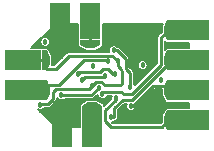
<source format=gbl>
G04 DipTrace 2.4.0.2*
%INST12axis.gbl*%
%MOMM*%
%ADD13C,0.254*%
%ADD15C,0.127*%
%ADD22R,1.6X1.7*%
%ADD24R,2.032X1.7*%
%ADD26R,2.0X1.7*%
%ADD27R,1.7X1.6*%
%ADD28R,1.7X2.032*%
%ADD40C,0.457*%
%FSLAX53Y53*%
G04*
G71*
G90*
G75*
G01*
%LNBottom*%
%LPD*%
X13657Y18890D2*
D13*
Y17728D1*
Y18890D2*
Y20160D1*
X13810Y12433D2*
Y11270D1*
Y10000D1*
X17954Y11541D2*
X18222D1*
Y12280D1*
X18930Y12988D1*
X19724D1*
X22657Y15921D1*
X23541D1*
X23970Y16350D1*
X25240D2*
X23970D1*
X22808D1*
X18200Y17203D2*
X18483D1*
X19190Y16495D1*
Y15662D1*
X19585Y15267D1*
Y14090D1*
X17705Y16260D2*
Y16350D1*
X15622D1*
X13561Y14289D1*
X12433D1*
Y13810D1*
X11270D1*
X10000D1*
X18511Y16276D2*
Y15893D1*
X18809Y15596D1*
Y15511D1*
X18857Y15464D1*
Y14383D1*
X18700Y14227D1*
X17444D1*
X17111Y14561D1*
X16698D1*
X16387Y14250D1*
Y14152D1*
X16357D1*
X18511Y16276D2*
X18040Y16747D1*
X14386D1*
X13269Y15629D1*
X12435D1*
Y16350D1*
X11270D1*
X10000D1*
X16357Y14152D2*
X16093Y13887D1*
X13294D1*
X13055Y13648D1*
Y13109D1*
X12604Y12659D1*
X12040D1*
X11963Y12581D1*
X18298Y15181D2*
X18123D1*
X17718Y15586D1*
X17232D1*
X16983Y15336D1*
X15349D1*
X15179Y15166D1*
Y15205D1*
X17407Y15035D2*
Y14951D1*
X15754D1*
X15512Y14708D1*
X16197Y18890D2*
Y20160D1*
Y18890D2*
Y17725D1*
X16350Y12433D2*
Y11270D1*
Y10000D1*
X17222Y13499D2*
Y13645D1*
X18859D1*
X18965Y13539D1*
X19719D1*
X22179Y15999D1*
Y18262D1*
X22808Y18890D1*
X23970D1*
X25240D1*
X19659Y12466D2*
X19798D1*
X21547Y14215D1*
X22805D1*
Y13810D1*
X23970D1*
X25240D1*
X18376Y13142D2*
Y13038D1*
X17464Y12127D1*
Y11194D1*
X17911Y10747D1*
X22285D1*
X22808Y11270D1*
X23970D1*
X25240D1*
X13749Y13390D2*
X16279D1*
X16937Y14047D1*
D40*
X19691Y16757D3*
X19732Y19196D3*
X18200Y17203D3*
X19585Y14090D3*
X18298Y15181D3*
X15512Y14708D3*
X15179Y15205D3*
X17407Y15035D3*
X18511Y16276D3*
X17222Y13499D3*
X18376Y13142D3*
X17954Y11541D3*
X19659Y12466D3*
X16446Y15848D3*
X12370Y17923D3*
X11963Y12581D3*
X20624Y15947D3*
X20502Y11539D3*
X22177Y14715D3*
X16357Y14152D3*
X13749Y13390D3*
X17705Y16260D3*
X16937Y14047D3*
X13148Y19313D2*
D15*
X15139D1*
X17256D2*
X22259D1*
X13023Y19189D2*
X15139D1*
X17256D2*
X22231D1*
X12900Y19066D2*
X15139D1*
X17256D2*
X22231D1*
X12777Y18942D2*
X15139D1*
X17256D2*
X22231D1*
X12652Y18818D2*
X15139D1*
X17256D2*
X22231D1*
X12529Y18695D2*
X15139D1*
X17256D2*
X22144D1*
X12406Y18571D2*
X15139D1*
X17256D2*
X22021D1*
X12281Y18447D2*
X15139D1*
X17256D2*
X21904D1*
X12521Y18324D2*
X15139D1*
X17256D2*
X21850D1*
X12704Y18200D2*
X15139D1*
X17256D2*
X21844D1*
X12777Y18076D2*
X15139D1*
X17256D2*
X21844D1*
X11787Y17953D2*
X11934D1*
X12805D2*
X15139D1*
X17256D2*
X21844D1*
X11664Y17829D2*
X11944D1*
X12797D2*
X15139D1*
X17256D2*
X21844D1*
X22514D2*
X24503D1*
X11539Y17705D2*
X11994D1*
X12747D2*
X15139D1*
X17256D2*
X21844D1*
X22514D2*
X24503D1*
X11416Y17582D2*
X12107D1*
X12634D2*
X15145D1*
X17250D2*
X17996D1*
X18403D2*
X21844D1*
X22514D2*
X24503D1*
X11293Y17458D2*
X15242D1*
X17153D2*
X17850D1*
X18693D2*
X21844D1*
X22514D2*
X24503D1*
X12684Y17334D2*
X15482D1*
X16913D2*
X17784D1*
X18820D2*
X21844D1*
X12757Y17211D2*
X15722D1*
X16670D2*
X17762D1*
X18943D2*
X21844D1*
X12821Y17087D2*
X17780D1*
X19068D2*
X21844D1*
X12884Y16963D2*
X14135D1*
X19191D2*
X21844D1*
X12948Y16840D2*
X14010D1*
X19314D2*
X21844D1*
X13003Y16716D2*
X13887D1*
X19439D2*
X21844D1*
X13007Y16592D2*
X13764D1*
X19510D2*
X21844D1*
X13007Y16469D2*
X13639D1*
X19526D2*
X21844D1*
X13007Y16345D2*
X13516D1*
X19526D2*
X20467D1*
X20782D2*
X21844D1*
X13007Y16221D2*
X13393D1*
X19526D2*
X20288D1*
X20961D2*
X21844D1*
X13007Y16098D2*
X13268D1*
X19526D2*
X20215D1*
X21032D2*
X21808D1*
X13001Y15974D2*
X13145D1*
X19526D2*
X20189D1*
X21060D2*
X21685D1*
X19526Y15850D2*
X20199D1*
X21050D2*
X21562D1*
X19593Y15727D2*
X20249D1*
X20998D2*
X21439D1*
X19718Y15603D2*
X20364D1*
X20885D2*
X21314D1*
X19840Y15479D2*
X21191D1*
X19907Y15356D2*
X21068D1*
X19921Y15232D2*
X20943D1*
X19921Y15108D2*
X20820D1*
X19921Y14985D2*
X20697D1*
X19921Y14861D2*
X20572D1*
X19921Y14737D2*
X20449D1*
X19921Y14614D2*
X20326D1*
X19921Y14490D2*
X20201D1*
X19921Y14366D2*
X20078D1*
X21671Y13872D2*
X22231D1*
X21548Y13748D2*
X22231D1*
X21423Y13624D2*
X22231D1*
X21300Y13501D2*
X22231D1*
X16734Y13377D2*
X16802D1*
X21177D2*
X22263D1*
X16611Y13253D2*
X16863D1*
X17579D2*
X17955D1*
X21052D2*
X22326D1*
X16482Y13130D2*
X17002D1*
X17442D2*
X17939D1*
X20929D2*
X22390D1*
X13372Y13006D2*
X13555D1*
X13942D2*
X17875D1*
X20806D2*
X22453D1*
X13295Y12882D2*
X15744D1*
X16954D2*
X17752D1*
X20683D2*
X22517D1*
X13172Y12759D2*
X15504D1*
X17194D2*
X17627D1*
X20558D2*
X24503D1*
X13049Y12635D2*
X15323D1*
X17377D2*
X17504D1*
X19046D2*
X19257D1*
X20435D2*
X24503D1*
X12926Y12511D2*
X15292D1*
X18923D2*
X19225D1*
X20312D2*
X24503D1*
X12791Y12388D2*
X15292D1*
X18798D2*
X19231D1*
X20187D2*
X24503D1*
X12257Y12264D2*
X15292D1*
X18675D2*
X19274D1*
X20064D2*
X22564D1*
X11854Y12140D2*
X15292D1*
X18558D2*
X19376D1*
X19943D2*
X22489D1*
X11977Y12017D2*
X15292D1*
X18558D2*
X22424D1*
X12102Y11893D2*
X15292D1*
X18558D2*
X22360D1*
X12225Y11769D2*
X15292D1*
X18558D2*
X22297D1*
X12349Y11646D2*
X15292D1*
X18558D2*
X22239D1*
X12474Y11522D2*
X15292D1*
X18558D2*
X22231D1*
X12597Y11398D2*
X15292D1*
X18524D2*
X22231D1*
X12720Y11275D2*
X15292D1*
X18417D2*
X22231D1*
X12845Y11151D2*
X15292D1*
X18131D2*
X22219D1*
X12968Y11027D2*
X15292D1*
X13091Y10904D2*
X15292D1*
X13214Y10780D2*
X15292D1*
X24515Y12764D2*
X22974Y12766D1*
X22916Y12764D1*
X22710D1*
X22648Y12775D1*
X22592Y12804D1*
X22547Y12852D1*
X22507Y12927D1*
X22266Y13396D1*
X22247Y13458D1*
X22244Y13549D1*
Y13892D1*
X21680Y13893D1*
X20023Y12236D1*
X19923Y12135D1*
X19871Y12099D1*
X19814Y12071D1*
X19753Y12053D1*
X19690Y12043D1*
X19627D1*
X19564Y12053D1*
X19504Y12072D1*
X19447Y12099D1*
X19394Y12135D1*
X19348Y12178D1*
X19308Y12228D1*
X19277Y12283D1*
X19254Y12342D1*
X19240Y12404D1*
X19235Y12467D1*
X19240Y12531D1*
X19254Y12592D1*
X19286Y12667D1*
X19063Y12665D1*
X18545Y12147D1*
Y11541D1*
X18539Y11478D1*
X18520Y11418D1*
X18490Y11362D1*
X18450Y11313D1*
X18401Y11273D1*
X18345Y11243D1*
X18218Y11210D1*
X18166Y11174D1*
X18108Y11146D1*
X18048Y11128D1*
X17995Y11120D1*
X18044Y11070D1*
X22151D1*
X22246Y11165D1*
X22244Y11595D1*
X22256Y11659D1*
X22295Y11741D1*
X22536Y12209D1*
X22574Y12260D1*
X22626Y12296D1*
X22688Y12314D1*
X22774Y12316D1*
X24519D1*
X24517Y12629D1*
Y12765D1*
X24028Y12764D1*
Y12766D1*
X23228Y17396D2*
X24519D1*
X24517Y17772D1*
Y17845D1*
X24044Y17844D1*
X22974D1*
X22710D1*
X22648Y17855D1*
X22592Y17884D1*
X22547Y17932D1*
X22501Y18019D1*
X22502Y17500D1*
Y17224D1*
X22536Y17289D1*
X22574Y17340D1*
X22626Y17376D1*
X22688Y17394D1*
X22774Y17396D1*
X23228D1*
X22244Y18781D2*
Y19215D1*
X22256Y19279D1*
X22295Y19361D1*
X22334Y19437D1*
X17244D1*
X17243Y18948D1*
Y17894D1*
Y17630D1*
X17233Y17568D1*
X17203Y17512D1*
X17155Y17467D1*
X17080Y17427D1*
X16612Y17186D1*
X16550Y17167D1*
X16459Y17164D1*
X15872D1*
X15808Y17176D1*
X15726Y17215D1*
X15258Y17456D1*
X15207Y17494D1*
X15171Y17546D1*
X15153Y17608D1*
X15152Y17694D1*
Y19436D1*
X13259Y19437D1*
X11216Y17394D1*
X11417Y17396D1*
X12266Y17394D1*
X12324Y17396D1*
X12530D1*
X12592Y17385D1*
X12648Y17356D1*
X12693Y17308D1*
X12733Y17233D1*
X12974Y16764D1*
X12993Y16702D1*
X12996Y16612D1*
Y16025D1*
X12984Y15961D1*
X12988Y15972D1*
X13007Y15952D1*
X13135D1*
X14158Y16975D1*
X14207Y17015D1*
X14263Y17045D1*
X14324Y17063D1*
X14386Y17069D1*
X17797D1*
X17780Y17140D1*
X17775Y17203D1*
X17780Y17267D1*
X17795Y17328D1*
X17818Y17387D1*
X17850Y17442D1*
X17889Y17492D1*
X17936Y17535D1*
X17989Y17570D1*
X18046Y17598D1*
X18107Y17616D1*
X18169Y17626D1*
X18233Y17625D1*
X18295Y17616D1*
X18356Y17597D1*
X18413Y17569D1*
X18475Y17524D1*
X18546Y17519D1*
X18607Y17500D1*
X18663Y17470D1*
X18711Y17431D1*
X19418Y16723D1*
X19458Y16674D1*
X19488Y16619D1*
X19507Y16558D1*
X19513Y16495D1*
Y15795D1*
X19813Y15495D1*
X19854Y15446D1*
X19883Y15390D1*
X19902Y15329D1*
X19908Y15267D1*
Y14364D1*
X19937Y14328D1*
X19976Y14253D1*
X21858Y16134D1*
X21857Y16888D1*
Y18262D1*
X21863Y18325D1*
X21881Y18386D1*
X21911Y18441D1*
X21951Y18490D1*
X22245Y18783D1*
X15304Y10725D2*
X15306Y12266D1*
X15304Y12319D1*
Y12530D1*
X15315Y12592D1*
X15344Y12648D1*
X15392Y12693D1*
X15467Y12733D1*
X15936Y12974D1*
X15998Y12993D1*
X16089Y12996D1*
X16675D1*
X16739Y12984D1*
X16821Y12945D1*
X17289Y12704D1*
X17340Y12666D1*
X17376Y12614D1*
X17394Y12552D1*
X17396Y12512D1*
X17775Y12893D1*
X17957Y13079D1*
X17952Y13143D1*
X17957Y13206D1*
X17971Y13268D1*
X17994Y13325D1*
X17779Y13323D1*
X17606D1*
X17572Y13260D1*
X17532Y13211D1*
X17486Y13167D1*
X17433Y13132D1*
X17376Y13104D1*
X17316Y13086D1*
X17253Y13076D1*
X17189D1*
X17127Y13086D1*
X17066Y13105D1*
X17009Y13132D1*
X16957Y13168D1*
X16910Y13211D1*
X16871Y13261D1*
X16839Y13316D1*
X16816Y13375D1*
X16801Y13455D1*
X16507Y13161D1*
X16458Y13121D1*
X16402Y13091D1*
X16342Y13073D1*
X16279Y13067D1*
X14023D1*
X13961Y13022D1*
X13903Y12995D1*
X13843Y12976D1*
X13780Y12966D1*
X13717Y12967D1*
X13654Y12976D1*
X13593Y12995D1*
X13536Y13022D1*
X13484Y13058D1*
X13437Y13101D1*
X13398Y13151D1*
X13377Y13187D1*
Y13109D1*
X13371Y13046D1*
X13353Y12986D1*
X13323Y12930D1*
X13283Y12881D1*
X12832Y12430D1*
X12783Y12390D1*
X12727Y12360D1*
X12666Y12342D1*
X12604Y12336D1*
X12308D1*
X12273Y12293D1*
X12227Y12249D1*
X12175Y12214D1*
X12117Y12186D1*
X12057Y12168D1*
X11994Y12158D1*
X11931D1*
X11868Y12168D1*
X11784Y12198D1*
X13260Y10722D1*
X13994Y10724D1*
X15306D1*
X15304Y11074D1*
X15306Y11212D1*
X12790Y17859D2*
X12776Y17797D1*
X12752Y17738D1*
X12721Y17683D1*
X12681Y17634D1*
X12635Y17591D1*
X12582Y17555D1*
X12525Y17528D1*
X12464Y17509D1*
X12402Y17500D1*
X12338D1*
X12275Y17509D1*
X12215Y17528D1*
X12158Y17556D1*
X12105Y17591D1*
X12059Y17635D1*
X12019Y17684D1*
X11988Y17739D1*
X11965Y17798D1*
X11951Y17860D1*
X11946Y17923D1*
X11951Y17987D1*
X11965Y18049D1*
X11989Y18108D1*
X12021Y18162D1*
X12060Y18212D1*
X12107Y18255D1*
X12159Y18291D1*
X12217Y18318D1*
X12277Y18336D1*
X12340Y18346D1*
X12403Y18345D1*
X12466Y18336D1*
X12527Y18317D1*
X12584Y18289D1*
X12636Y18253D1*
X12682Y18210D1*
X12722Y18160D1*
X12753Y18105D1*
X12776Y18046D1*
X12790Y17984D1*
X12795Y17923D1*
X12790Y17859D1*
X21044Y15883D2*
X21030Y15821D1*
X21006Y15762D1*
X20975Y15708D1*
X20935Y15658D1*
X20889Y15615D1*
X20836Y15579D1*
X20779Y15552D1*
X20718Y15533D1*
X20656Y15524D1*
X20592D1*
X20529Y15533D1*
X20469Y15552D1*
X20412Y15580D1*
X20359Y15615D1*
X20313Y15659D1*
X20273Y15708D1*
X20242Y15763D1*
X20219Y15822D1*
X20205Y15884D1*
X20200Y15948D1*
X20205Y16011D1*
X20219Y16073D1*
X20243Y16132D1*
X20274Y16186D1*
X20314Y16236D1*
X20361Y16279D1*
X20413Y16315D1*
X20470Y16342D1*
X20531Y16360D1*
X20594Y16370D1*
X20657Y16369D1*
X20720Y16360D1*
X20781Y16341D1*
X20838Y16313D1*
X20890Y16277D1*
X20936Y16234D1*
X20976Y16184D1*
X21007Y16129D1*
X21030Y16070D1*
X21044Y16008D1*
X21048Y15947D1*
X21044Y15883D1*
D22*
X23970Y13810D3*
Y16350D3*
D24*
X25240Y13810D3*
Y16350D3*
G36*
X22710Y17200D2*
X23175D1*
Y15500D1*
X22710D1*
X22440Y16025D1*
Y16675D1*
X22710Y17200D1*
G37*
G36*
Y14660D2*
X23170D1*
Y12960D1*
X22710D1*
X22440Y13485D1*
Y14135D1*
X22710Y14660D1*
G37*
D22*
X23970Y18890D3*
G36*
X22710Y19740D2*
X23175D1*
Y18040D1*
X22710D1*
X22440Y18565D1*
Y19215D1*
X22710Y19740D1*
G37*
D26*
X25240Y18890D3*
D22*
X11270Y16350D3*
Y13810D3*
D24*
X10000Y16350D3*
Y13810D3*
G36*
X12530Y12960D2*
X12065D1*
Y14660D1*
X12530D1*
X12800Y14135D1*
Y13485D1*
X12530Y12960D1*
G37*
G36*
Y15500D2*
X12070D1*
Y17200D1*
X12530D1*
X12800Y16675D1*
Y16025D1*
X12530Y15500D1*
G37*
D22*
X23970Y11270D3*
G36*
X22710Y12120D2*
X23175D1*
Y10420D1*
X22710D1*
X22440Y10945D1*
Y11595D1*
X22710Y12120D1*
G37*
D26*
X25240Y11270D3*
D27*
X16350D3*
X13810D3*
G36*
X14660Y12530D2*
Y12065D1*
X12960D1*
Y12530D1*
X13485Y12800D1*
X14135D1*
X14660Y12530D1*
G37*
G36*
X17200D2*
Y12065D1*
X15500D1*
Y12530D1*
X16025Y12800D1*
X16675D1*
X17200Y12530D1*
G37*
D28*
X16350Y10000D3*
X13810D3*
D27*
X16197Y18890D3*
X13657D3*
D28*
X16197Y20160D3*
X13657D3*
G36*
X12807Y17630D2*
Y18095D1*
X14507D1*
Y17630D1*
X13982Y17360D1*
X13332D1*
X12807Y17630D1*
G37*
G36*
X15347D2*
Y18090D1*
X17047D1*
Y17630D1*
X16522Y17360D1*
X15872D1*
X15347Y17630D1*
G37*
G36*
X20370Y11251D2*
X20341Y11441D1*
X20281Y11589D1*
X20205Y11683D1*
X20129Y11759D1*
X20016Y11822D1*
X19951Y11848D1*
X19856Y11868D1*
X19805Y11878D1*
X19723Y11883D1*
X19658Y11860D1*
X19620Y11822D1*
X19594Y11797D1*
X19530Y11784D1*
X19505Y11789D1*
X19454Y11804D1*
X19427Y11835D1*
X19328Y11753D1*
X19378Y11677D1*
Y11659D1*
X19290Y11623D1*
X19277Y11568D1*
X19267Y11467D1*
X19519Y11573D1*
X19551D1*
X19594Y11566D1*
X19605Y11543D1*
X19584Y11492D1*
X19469Y11429D1*
X19297Y11358D1*
X19323Y11307D1*
X19386Y11253D1*
X19577Y11327D1*
X19570Y11289D1*
Y11251D1*
X20370D1*
G37*
M02*

</source>
